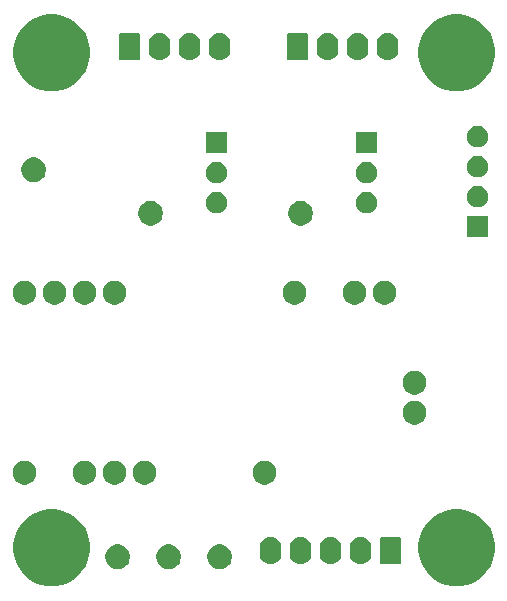
<source format=gbr>
G04 #@! TF.GenerationSoftware,KiCad,Pcbnew,(5.1.6)-1*
G04 #@! TF.CreationDate,2020-07-11T10:04:52-07:00*
G04 #@! TF.ProjectId,stepper_analyzer,73746570-7065-4725-9f61-6e616c797a65,rev?*
G04 #@! TF.SameCoordinates,Original*
G04 #@! TF.FileFunction,Soldermask,Bot*
G04 #@! TF.FilePolarity,Negative*
%FSLAX46Y46*%
G04 Gerber Fmt 4.6, Leading zero omitted, Abs format (unit mm)*
G04 Created by KiCad (PCBNEW (5.1.6)-1) date 2020-07-11 10:04:52*
%MOMM*%
%LPD*%
G01*
G04 APERTURE LIST*
%ADD10C,0.100000*%
G04 APERTURE END LIST*
D10*
G36*
X150808224Y-103554127D02*
G01*
X151399832Y-103799178D01*
X151932266Y-104154940D01*
X152385060Y-104607734D01*
X152740822Y-105140168D01*
X152985873Y-105731776D01*
X153110800Y-106359824D01*
X153110800Y-107000176D01*
X152985873Y-107628224D01*
X152740822Y-108219832D01*
X152385060Y-108752266D01*
X151932266Y-109205060D01*
X151399832Y-109560822D01*
X150808224Y-109805873D01*
X150180176Y-109930800D01*
X149539824Y-109930800D01*
X148911776Y-109805873D01*
X148320168Y-109560822D01*
X147787734Y-109205060D01*
X147334940Y-108752266D01*
X146979178Y-108219832D01*
X146734127Y-107628224D01*
X146609200Y-107000176D01*
X146609200Y-106359824D01*
X146734127Y-105731776D01*
X146979178Y-105140168D01*
X147334940Y-104607734D01*
X147787734Y-104154940D01*
X148320168Y-103799178D01*
X148911776Y-103554127D01*
X149539824Y-103429200D01*
X150180176Y-103429200D01*
X150808224Y-103554127D01*
G37*
G36*
X116518224Y-103554127D02*
G01*
X117109832Y-103799178D01*
X117642266Y-104154940D01*
X118095060Y-104607734D01*
X118450822Y-105140168D01*
X118695873Y-105731776D01*
X118820800Y-106359824D01*
X118820800Y-107000176D01*
X118695873Y-107628224D01*
X118450822Y-108219832D01*
X118095060Y-108752266D01*
X117642266Y-109205060D01*
X117109832Y-109560822D01*
X116518224Y-109805873D01*
X115890176Y-109930800D01*
X115249824Y-109930800D01*
X114621776Y-109805873D01*
X114030168Y-109560822D01*
X113497734Y-109205060D01*
X113044940Y-108752266D01*
X112689178Y-108219832D01*
X112444127Y-107628224D01*
X112319200Y-107000176D01*
X112319200Y-106359824D01*
X112444127Y-105731776D01*
X112689178Y-105140168D01*
X113044940Y-104607734D01*
X113497734Y-104154940D01*
X114030168Y-103799178D01*
X114621776Y-103554127D01*
X115249824Y-103429200D01*
X115890176Y-103429200D01*
X116518224Y-103554127D01*
G37*
G36*
X121464508Y-106431582D02*
G01*
X121655741Y-106510793D01*
X121827847Y-106625791D01*
X121974209Y-106772153D01*
X122089207Y-106944259D01*
X122168418Y-107135492D01*
X122208800Y-107338505D01*
X122208800Y-107545495D01*
X122168418Y-107748508D01*
X122089207Y-107939741D01*
X121974209Y-108111847D01*
X121827847Y-108258209D01*
X121655741Y-108373207D01*
X121464508Y-108452418D01*
X121261495Y-108492800D01*
X121054505Y-108492800D01*
X120851492Y-108452418D01*
X120660259Y-108373207D01*
X120488153Y-108258209D01*
X120341791Y-108111847D01*
X120226793Y-107939741D01*
X120147582Y-107748508D01*
X120107200Y-107545495D01*
X120107200Y-107338505D01*
X120147582Y-107135492D01*
X120226793Y-106944259D01*
X120341791Y-106772153D01*
X120488153Y-106625791D01*
X120660259Y-106510793D01*
X120851492Y-106431582D01*
X121054505Y-106391200D01*
X121261495Y-106391200D01*
X121464508Y-106431582D01*
G37*
G36*
X130100508Y-106431582D02*
G01*
X130291741Y-106510793D01*
X130463847Y-106625791D01*
X130610209Y-106772153D01*
X130725207Y-106944259D01*
X130804418Y-107135492D01*
X130844800Y-107338505D01*
X130844800Y-107545495D01*
X130804418Y-107748508D01*
X130725207Y-107939741D01*
X130610209Y-108111847D01*
X130463847Y-108258209D01*
X130291741Y-108373207D01*
X130100508Y-108452418D01*
X129897495Y-108492800D01*
X129690505Y-108492800D01*
X129487492Y-108452418D01*
X129296259Y-108373207D01*
X129124153Y-108258209D01*
X128977791Y-108111847D01*
X128862793Y-107939741D01*
X128783582Y-107748508D01*
X128743200Y-107545495D01*
X128743200Y-107338505D01*
X128783582Y-107135492D01*
X128862793Y-106944259D01*
X128977791Y-106772153D01*
X129124153Y-106625791D01*
X129296259Y-106510793D01*
X129487492Y-106431582D01*
X129690505Y-106391200D01*
X129897495Y-106391200D01*
X130100508Y-106431582D01*
G37*
G36*
X125782508Y-106431582D02*
G01*
X125973741Y-106510793D01*
X126145847Y-106625791D01*
X126292209Y-106772153D01*
X126407207Y-106944259D01*
X126486418Y-107135492D01*
X126526800Y-107338505D01*
X126526800Y-107545495D01*
X126486418Y-107748508D01*
X126407207Y-107939741D01*
X126292209Y-108111847D01*
X126145847Y-108258209D01*
X125973741Y-108373207D01*
X125782508Y-108452418D01*
X125579495Y-108492800D01*
X125372505Y-108492800D01*
X125169492Y-108452418D01*
X124978259Y-108373207D01*
X124806153Y-108258209D01*
X124659791Y-108111847D01*
X124544793Y-107939741D01*
X124465582Y-107748508D01*
X124425200Y-107545495D01*
X124425200Y-107338505D01*
X124465582Y-107135492D01*
X124544793Y-106944259D01*
X124659791Y-106772153D01*
X124806153Y-106625791D01*
X124978259Y-106510793D01*
X125169492Y-106431582D01*
X125372505Y-106391200D01*
X125579495Y-106391200D01*
X125782508Y-106431582D01*
G37*
G36*
X134292505Y-105801522D02*
G01*
X134466079Y-105854175D01*
X134626045Y-105939679D01*
X134766254Y-106054746D01*
X134881321Y-106194955D01*
X134966825Y-106354921D01*
X135019478Y-106528496D01*
X135032800Y-106663761D01*
X135032800Y-107204240D01*
X135019478Y-107339505D01*
X134966825Y-107513079D01*
X134881321Y-107673045D01*
X134766254Y-107813254D01*
X134626043Y-107928322D01*
X134466080Y-108013824D01*
X134292504Y-108066478D01*
X134112000Y-108084256D01*
X133931495Y-108066478D01*
X133757921Y-108013825D01*
X133597955Y-107928321D01*
X133457746Y-107813254D01*
X133342678Y-107673043D01*
X133257176Y-107513080D01*
X133204522Y-107339504D01*
X133191200Y-107204239D01*
X133191200Y-106663760D01*
X133204522Y-106528495D01*
X133257175Y-106354921D01*
X133342680Y-106194955D01*
X133457747Y-106054746D01*
X133597956Y-105939679D01*
X133757922Y-105854175D01*
X133931496Y-105801522D01*
X134112000Y-105783744D01*
X134292505Y-105801522D01*
G37*
G36*
X136832505Y-105801522D02*
G01*
X137006079Y-105854175D01*
X137166045Y-105939679D01*
X137306254Y-106054746D01*
X137421321Y-106194955D01*
X137506825Y-106354921D01*
X137559478Y-106528496D01*
X137572800Y-106663761D01*
X137572800Y-107204240D01*
X137559478Y-107339505D01*
X137506825Y-107513079D01*
X137421321Y-107673045D01*
X137306254Y-107813254D01*
X137166043Y-107928322D01*
X137006080Y-108013824D01*
X136832504Y-108066478D01*
X136652000Y-108084256D01*
X136471495Y-108066478D01*
X136297921Y-108013825D01*
X136137955Y-107928321D01*
X135997746Y-107813254D01*
X135882678Y-107673043D01*
X135797176Y-107513080D01*
X135744522Y-107339504D01*
X135731200Y-107204239D01*
X135731200Y-106663760D01*
X135744522Y-106528495D01*
X135797175Y-106354921D01*
X135882680Y-106194955D01*
X135997747Y-106054746D01*
X136137956Y-105939679D01*
X136297922Y-105854175D01*
X136471496Y-105801522D01*
X136652000Y-105783744D01*
X136832505Y-105801522D01*
G37*
G36*
X139372505Y-105801522D02*
G01*
X139546079Y-105854175D01*
X139706045Y-105939679D01*
X139846254Y-106054746D01*
X139961321Y-106194955D01*
X140046825Y-106354921D01*
X140099478Y-106528496D01*
X140112800Y-106663761D01*
X140112800Y-107204240D01*
X140099478Y-107339505D01*
X140046825Y-107513079D01*
X139961321Y-107673045D01*
X139846254Y-107813254D01*
X139706043Y-107928322D01*
X139546080Y-108013824D01*
X139372504Y-108066478D01*
X139192000Y-108084256D01*
X139011495Y-108066478D01*
X138837921Y-108013825D01*
X138677955Y-107928321D01*
X138537746Y-107813254D01*
X138422678Y-107673043D01*
X138337176Y-107513080D01*
X138284522Y-107339504D01*
X138271200Y-107204239D01*
X138271200Y-106663760D01*
X138284522Y-106528495D01*
X138337175Y-106354921D01*
X138422680Y-106194955D01*
X138537747Y-106054746D01*
X138677956Y-105939679D01*
X138837922Y-105854175D01*
X139011496Y-105801522D01*
X139192000Y-105783744D01*
X139372505Y-105801522D01*
G37*
G36*
X141912505Y-105801522D02*
G01*
X142086079Y-105854175D01*
X142246045Y-105939679D01*
X142386254Y-106054746D01*
X142501321Y-106194955D01*
X142586825Y-106354921D01*
X142639478Y-106528496D01*
X142652800Y-106663761D01*
X142652800Y-107204240D01*
X142639478Y-107339505D01*
X142586825Y-107513079D01*
X142501321Y-107673045D01*
X142386254Y-107813254D01*
X142246043Y-107928322D01*
X142086080Y-108013824D01*
X141912504Y-108066478D01*
X141732000Y-108084256D01*
X141551495Y-108066478D01*
X141377921Y-108013825D01*
X141217955Y-107928321D01*
X141077746Y-107813254D01*
X140962678Y-107673043D01*
X140877176Y-107513080D01*
X140824522Y-107339504D01*
X140811200Y-107204239D01*
X140811200Y-106663760D01*
X140824522Y-106528495D01*
X140877175Y-106354921D01*
X140962680Y-106194955D01*
X141077747Y-106054746D01*
X141217956Y-105939679D01*
X141377922Y-105854175D01*
X141551496Y-105801522D01*
X141732000Y-105783744D01*
X141912505Y-105801522D01*
G37*
G36*
X145008912Y-105792829D02*
G01*
X145051717Y-105805814D01*
X145091158Y-105826896D01*
X145125731Y-105855269D01*
X145154104Y-105889842D01*
X145175186Y-105929283D01*
X145188171Y-105972088D01*
X145192800Y-106019088D01*
X145192800Y-107848912D01*
X145188171Y-107895912D01*
X145175186Y-107938717D01*
X145154104Y-107978158D01*
X145125731Y-108012731D01*
X145091158Y-108041104D01*
X145051717Y-108062186D01*
X145008912Y-108075171D01*
X144961912Y-108079800D01*
X143582088Y-108079800D01*
X143535088Y-108075171D01*
X143492283Y-108062186D01*
X143452842Y-108041104D01*
X143418269Y-108012731D01*
X143389896Y-107978158D01*
X143368814Y-107938717D01*
X143355829Y-107895912D01*
X143351200Y-107848912D01*
X143351200Y-106019088D01*
X143355829Y-105972088D01*
X143368814Y-105929283D01*
X143389896Y-105889842D01*
X143418269Y-105855269D01*
X143452842Y-105826896D01*
X143492283Y-105805814D01*
X143535088Y-105792829D01*
X143582088Y-105788200D01*
X144961912Y-105788200D01*
X145008912Y-105792829D01*
G37*
G36*
X113576652Y-99365256D02*
G01*
X113759241Y-99440887D01*
X113923567Y-99550686D01*
X114063314Y-99690433D01*
X114173113Y-99854759D01*
X114248744Y-100037348D01*
X114287300Y-100231184D01*
X114287300Y-100428816D01*
X114248744Y-100622652D01*
X114173113Y-100805241D01*
X114063314Y-100969567D01*
X113923567Y-101109314D01*
X113759241Y-101219113D01*
X113576652Y-101294744D01*
X113382816Y-101333300D01*
X113185184Y-101333300D01*
X112991348Y-101294744D01*
X112808759Y-101219113D01*
X112644433Y-101109314D01*
X112504686Y-100969567D01*
X112394887Y-100805241D01*
X112319256Y-100622652D01*
X112280700Y-100428816D01*
X112280700Y-100231184D01*
X112319256Y-100037348D01*
X112394887Y-99854759D01*
X112504686Y-99690433D01*
X112644433Y-99550686D01*
X112808759Y-99440887D01*
X112991348Y-99365256D01*
X113185184Y-99326700D01*
X113382816Y-99326700D01*
X113576652Y-99365256D01*
G37*
G36*
X133896652Y-99365256D02*
G01*
X134079241Y-99440887D01*
X134243567Y-99550686D01*
X134383314Y-99690433D01*
X134493113Y-99854759D01*
X134568744Y-100037348D01*
X134607300Y-100231184D01*
X134607300Y-100428816D01*
X134568744Y-100622652D01*
X134493113Y-100805241D01*
X134383314Y-100969567D01*
X134243567Y-101109314D01*
X134079241Y-101219113D01*
X133896652Y-101294744D01*
X133702816Y-101333300D01*
X133505184Y-101333300D01*
X133311348Y-101294744D01*
X133128759Y-101219113D01*
X132964433Y-101109314D01*
X132824686Y-100969567D01*
X132714887Y-100805241D01*
X132639256Y-100622652D01*
X132600700Y-100428816D01*
X132600700Y-100231184D01*
X132639256Y-100037348D01*
X132714887Y-99854759D01*
X132824686Y-99690433D01*
X132964433Y-99550686D01*
X133128759Y-99440887D01*
X133311348Y-99365256D01*
X133505184Y-99326700D01*
X133702816Y-99326700D01*
X133896652Y-99365256D01*
G37*
G36*
X118656652Y-99365256D02*
G01*
X118839241Y-99440887D01*
X119003567Y-99550686D01*
X119143314Y-99690433D01*
X119253113Y-99854759D01*
X119328744Y-100037348D01*
X119367300Y-100231184D01*
X119367300Y-100428816D01*
X119328744Y-100622652D01*
X119253113Y-100805241D01*
X119143314Y-100969567D01*
X119003567Y-101109314D01*
X118839241Y-101219113D01*
X118656652Y-101294744D01*
X118462816Y-101333300D01*
X118265184Y-101333300D01*
X118071348Y-101294744D01*
X117888759Y-101219113D01*
X117724433Y-101109314D01*
X117584686Y-100969567D01*
X117474887Y-100805241D01*
X117399256Y-100622652D01*
X117360700Y-100428816D01*
X117360700Y-100231184D01*
X117399256Y-100037348D01*
X117474887Y-99854759D01*
X117584686Y-99690433D01*
X117724433Y-99550686D01*
X117888759Y-99440887D01*
X118071348Y-99365256D01*
X118265184Y-99326700D01*
X118462816Y-99326700D01*
X118656652Y-99365256D01*
G37*
G36*
X121196652Y-99365256D02*
G01*
X121379241Y-99440887D01*
X121543567Y-99550686D01*
X121683314Y-99690433D01*
X121793113Y-99854759D01*
X121868744Y-100037348D01*
X121907300Y-100231184D01*
X121907300Y-100428816D01*
X121868744Y-100622652D01*
X121793113Y-100805241D01*
X121683314Y-100969567D01*
X121543567Y-101109314D01*
X121379241Y-101219113D01*
X121196652Y-101294744D01*
X121002816Y-101333300D01*
X120805184Y-101333300D01*
X120611348Y-101294744D01*
X120428759Y-101219113D01*
X120264433Y-101109314D01*
X120124686Y-100969567D01*
X120014887Y-100805241D01*
X119939256Y-100622652D01*
X119900700Y-100428816D01*
X119900700Y-100231184D01*
X119939256Y-100037348D01*
X120014887Y-99854759D01*
X120124686Y-99690433D01*
X120264433Y-99550686D01*
X120428759Y-99440887D01*
X120611348Y-99365256D01*
X120805184Y-99326700D01*
X121002816Y-99326700D01*
X121196652Y-99365256D01*
G37*
G36*
X123736652Y-99365256D02*
G01*
X123919241Y-99440887D01*
X124083567Y-99550686D01*
X124223314Y-99690433D01*
X124333113Y-99854759D01*
X124408744Y-100037348D01*
X124447300Y-100231184D01*
X124447300Y-100428816D01*
X124408744Y-100622652D01*
X124333113Y-100805241D01*
X124223314Y-100969567D01*
X124083567Y-101109314D01*
X123919241Y-101219113D01*
X123736652Y-101294744D01*
X123542816Y-101333300D01*
X123345184Y-101333300D01*
X123151348Y-101294744D01*
X122968759Y-101219113D01*
X122804433Y-101109314D01*
X122664686Y-100969567D01*
X122554887Y-100805241D01*
X122479256Y-100622652D01*
X122440700Y-100428816D01*
X122440700Y-100231184D01*
X122479256Y-100037348D01*
X122554887Y-99854759D01*
X122664686Y-99690433D01*
X122804433Y-99550686D01*
X122968759Y-99440887D01*
X123151348Y-99365256D01*
X123345184Y-99326700D01*
X123542816Y-99326700D01*
X123736652Y-99365256D01*
G37*
G36*
X146596652Y-94285256D02*
G01*
X146779241Y-94360887D01*
X146943567Y-94470686D01*
X147083314Y-94610433D01*
X147193113Y-94774759D01*
X147268744Y-94957348D01*
X147307300Y-95151184D01*
X147307300Y-95348816D01*
X147268744Y-95542652D01*
X147193113Y-95725241D01*
X147083314Y-95889567D01*
X146943567Y-96029314D01*
X146779241Y-96139113D01*
X146596652Y-96214744D01*
X146402816Y-96253300D01*
X146205184Y-96253300D01*
X146011348Y-96214744D01*
X145828759Y-96139113D01*
X145664433Y-96029314D01*
X145524686Y-95889567D01*
X145414887Y-95725241D01*
X145339256Y-95542652D01*
X145300700Y-95348816D01*
X145300700Y-95151184D01*
X145339256Y-94957348D01*
X145414887Y-94774759D01*
X145524686Y-94610433D01*
X145664433Y-94470686D01*
X145828759Y-94360887D01*
X146011348Y-94285256D01*
X146205184Y-94246700D01*
X146402816Y-94246700D01*
X146596652Y-94285256D01*
G37*
G36*
X146596652Y-91745256D02*
G01*
X146779241Y-91820887D01*
X146943567Y-91930686D01*
X147083314Y-92070433D01*
X147193113Y-92234759D01*
X147268744Y-92417348D01*
X147307300Y-92611184D01*
X147307300Y-92808816D01*
X147268744Y-93002652D01*
X147193113Y-93185241D01*
X147083314Y-93349567D01*
X146943567Y-93489314D01*
X146779241Y-93599113D01*
X146596652Y-93674744D01*
X146402816Y-93713300D01*
X146205184Y-93713300D01*
X146011348Y-93674744D01*
X145828759Y-93599113D01*
X145664433Y-93489314D01*
X145524686Y-93349567D01*
X145414887Y-93185241D01*
X145339256Y-93002652D01*
X145300700Y-92808816D01*
X145300700Y-92611184D01*
X145339256Y-92417348D01*
X145414887Y-92234759D01*
X145524686Y-92070433D01*
X145664433Y-91930686D01*
X145828759Y-91820887D01*
X146011348Y-91745256D01*
X146205184Y-91706700D01*
X146402816Y-91706700D01*
X146596652Y-91745256D01*
G37*
G36*
X141516652Y-84125256D02*
G01*
X141699241Y-84200887D01*
X141863567Y-84310686D01*
X142003314Y-84450433D01*
X142113113Y-84614759D01*
X142188744Y-84797348D01*
X142227300Y-84991184D01*
X142227300Y-85188816D01*
X142188744Y-85382652D01*
X142113113Y-85565241D01*
X142003314Y-85729567D01*
X141863567Y-85869314D01*
X141699241Y-85979113D01*
X141516652Y-86054744D01*
X141322816Y-86093300D01*
X141125184Y-86093300D01*
X140931348Y-86054744D01*
X140748759Y-85979113D01*
X140584433Y-85869314D01*
X140444686Y-85729567D01*
X140334887Y-85565241D01*
X140259256Y-85382652D01*
X140220700Y-85188816D01*
X140220700Y-84991184D01*
X140259256Y-84797348D01*
X140334887Y-84614759D01*
X140444686Y-84450433D01*
X140584433Y-84310686D01*
X140748759Y-84200887D01*
X140931348Y-84125256D01*
X141125184Y-84086700D01*
X141322816Y-84086700D01*
X141516652Y-84125256D01*
G37*
G36*
X121196652Y-84125256D02*
G01*
X121379241Y-84200887D01*
X121543567Y-84310686D01*
X121683314Y-84450433D01*
X121793113Y-84614759D01*
X121868744Y-84797348D01*
X121907300Y-84991184D01*
X121907300Y-85188816D01*
X121868744Y-85382652D01*
X121793113Y-85565241D01*
X121683314Y-85729567D01*
X121543567Y-85869314D01*
X121379241Y-85979113D01*
X121196652Y-86054744D01*
X121002816Y-86093300D01*
X120805184Y-86093300D01*
X120611348Y-86054744D01*
X120428759Y-85979113D01*
X120264433Y-85869314D01*
X120124686Y-85729567D01*
X120014887Y-85565241D01*
X119939256Y-85382652D01*
X119900700Y-85188816D01*
X119900700Y-84991184D01*
X119939256Y-84797348D01*
X120014887Y-84614759D01*
X120124686Y-84450433D01*
X120264433Y-84310686D01*
X120428759Y-84200887D01*
X120611348Y-84125256D01*
X120805184Y-84086700D01*
X121002816Y-84086700D01*
X121196652Y-84125256D01*
G37*
G36*
X113576652Y-84125256D02*
G01*
X113759241Y-84200887D01*
X113923567Y-84310686D01*
X114063314Y-84450433D01*
X114173113Y-84614759D01*
X114248744Y-84797348D01*
X114287300Y-84991184D01*
X114287300Y-85188816D01*
X114248744Y-85382652D01*
X114173113Y-85565241D01*
X114063314Y-85729567D01*
X113923567Y-85869314D01*
X113759241Y-85979113D01*
X113576652Y-86054744D01*
X113382816Y-86093300D01*
X113185184Y-86093300D01*
X112991348Y-86054744D01*
X112808759Y-85979113D01*
X112644433Y-85869314D01*
X112504686Y-85729567D01*
X112394887Y-85565241D01*
X112319256Y-85382652D01*
X112280700Y-85188816D01*
X112280700Y-84991184D01*
X112319256Y-84797348D01*
X112394887Y-84614759D01*
X112504686Y-84450433D01*
X112644433Y-84310686D01*
X112808759Y-84200887D01*
X112991348Y-84125256D01*
X113185184Y-84086700D01*
X113382816Y-84086700D01*
X113576652Y-84125256D01*
G37*
G36*
X116116652Y-84125256D02*
G01*
X116299241Y-84200887D01*
X116463567Y-84310686D01*
X116603314Y-84450433D01*
X116713113Y-84614759D01*
X116788744Y-84797348D01*
X116827300Y-84991184D01*
X116827300Y-85188816D01*
X116788744Y-85382652D01*
X116713113Y-85565241D01*
X116603314Y-85729567D01*
X116463567Y-85869314D01*
X116299241Y-85979113D01*
X116116652Y-86054744D01*
X115922816Y-86093300D01*
X115725184Y-86093300D01*
X115531348Y-86054744D01*
X115348759Y-85979113D01*
X115184433Y-85869314D01*
X115044686Y-85729567D01*
X114934887Y-85565241D01*
X114859256Y-85382652D01*
X114820700Y-85188816D01*
X114820700Y-84991184D01*
X114859256Y-84797348D01*
X114934887Y-84614759D01*
X115044686Y-84450433D01*
X115184433Y-84310686D01*
X115348759Y-84200887D01*
X115531348Y-84125256D01*
X115725184Y-84086700D01*
X115922816Y-84086700D01*
X116116652Y-84125256D01*
G37*
G36*
X144056652Y-84125256D02*
G01*
X144239241Y-84200887D01*
X144403567Y-84310686D01*
X144543314Y-84450433D01*
X144653113Y-84614759D01*
X144728744Y-84797348D01*
X144767300Y-84991184D01*
X144767300Y-85188816D01*
X144728744Y-85382652D01*
X144653113Y-85565241D01*
X144543314Y-85729567D01*
X144403567Y-85869314D01*
X144239241Y-85979113D01*
X144056652Y-86054744D01*
X143862816Y-86093300D01*
X143665184Y-86093300D01*
X143471348Y-86054744D01*
X143288759Y-85979113D01*
X143124433Y-85869314D01*
X142984686Y-85729567D01*
X142874887Y-85565241D01*
X142799256Y-85382652D01*
X142760700Y-85188816D01*
X142760700Y-84991184D01*
X142799256Y-84797348D01*
X142874887Y-84614759D01*
X142984686Y-84450433D01*
X143124433Y-84310686D01*
X143288759Y-84200887D01*
X143471348Y-84125256D01*
X143665184Y-84086700D01*
X143862816Y-84086700D01*
X144056652Y-84125256D01*
G37*
G36*
X136436652Y-84125256D02*
G01*
X136619241Y-84200887D01*
X136783567Y-84310686D01*
X136923314Y-84450433D01*
X137033113Y-84614759D01*
X137108744Y-84797348D01*
X137147300Y-84991184D01*
X137147300Y-85188816D01*
X137108744Y-85382652D01*
X137033113Y-85565241D01*
X136923314Y-85729567D01*
X136783567Y-85869314D01*
X136619241Y-85979113D01*
X136436652Y-86054744D01*
X136242816Y-86093300D01*
X136045184Y-86093300D01*
X135851348Y-86054744D01*
X135668759Y-85979113D01*
X135504433Y-85869314D01*
X135364686Y-85729567D01*
X135254887Y-85565241D01*
X135179256Y-85382652D01*
X135140700Y-85188816D01*
X135140700Y-84991184D01*
X135179256Y-84797348D01*
X135254887Y-84614759D01*
X135364686Y-84450433D01*
X135504433Y-84310686D01*
X135668759Y-84200887D01*
X135851348Y-84125256D01*
X136045184Y-84086700D01*
X136242816Y-84086700D01*
X136436652Y-84125256D01*
G37*
G36*
X118656652Y-84125256D02*
G01*
X118839241Y-84200887D01*
X119003567Y-84310686D01*
X119143314Y-84450433D01*
X119253113Y-84614759D01*
X119328744Y-84797348D01*
X119367300Y-84991184D01*
X119367300Y-85188816D01*
X119328744Y-85382652D01*
X119253113Y-85565241D01*
X119143314Y-85729567D01*
X119003567Y-85869314D01*
X118839241Y-85979113D01*
X118656652Y-86054744D01*
X118462816Y-86093300D01*
X118265184Y-86093300D01*
X118071348Y-86054744D01*
X117888759Y-85979113D01*
X117724433Y-85869314D01*
X117584686Y-85729567D01*
X117474887Y-85565241D01*
X117399256Y-85382652D01*
X117360700Y-85188816D01*
X117360700Y-84991184D01*
X117399256Y-84797348D01*
X117474887Y-84614759D01*
X117584686Y-84450433D01*
X117724433Y-84310686D01*
X117888759Y-84200887D01*
X118071348Y-84125256D01*
X118265184Y-84086700D01*
X118462816Y-84086700D01*
X118656652Y-84125256D01*
G37*
G36*
X152538800Y-80402800D02*
G01*
X150737200Y-80402800D01*
X150737200Y-78601200D01*
X152538800Y-78601200D01*
X152538800Y-80402800D01*
G37*
G36*
X136958508Y-77348582D02*
G01*
X137149741Y-77427793D01*
X137321847Y-77542791D01*
X137468209Y-77689153D01*
X137583207Y-77861259D01*
X137662418Y-78052492D01*
X137702800Y-78255505D01*
X137702800Y-78462495D01*
X137662418Y-78665508D01*
X137583207Y-78856741D01*
X137468209Y-79028847D01*
X137321847Y-79175209D01*
X137149741Y-79290207D01*
X136958508Y-79369418D01*
X136755495Y-79409800D01*
X136548505Y-79409800D01*
X136345492Y-79369418D01*
X136154259Y-79290207D01*
X135982153Y-79175209D01*
X135835791Y-79028847D01*
X135720793Y-78856741D01*
X135641582Y-78665508D01*
X135601200Y-78462495D01*
X135601200Y-78255505D01*
X135641582Y-78052492D01*
X135720793Y-77861259D01*
X135835791Y-77689153D01*
X135982153Y-77542791D01*
X136154259Y-77427793D01*
X136345492Y-77348582D01*
X136548505Y-77308200D01*
X136755495Y-77308200D01*
X136958508Y-77348582D01*
G37*
G36*
X124258508Y-77348582D02*
G01*
X124449741Y-77427793D01*
X124621847Y-77542791D01*
X124768209Y-77689153D01*
X124883207Y-77861259D01*
X124962418Y-78052492D01*
X125002800Y-78255505D01*
X125002800Y-78462495D01*
X124962418Y-78665508D01*
X124883207Y-78856741D01*
X124768209Y-79028847D01*
X124621847Y-79175209D01*
X124449741Y-79290207D01*
X124258508Y-79369418D01*
X124055495Y-79409800D01*
X123848505Y-79409800D01*
X123645492Y-79369418D01*
X123454259Y-79290207D01*
X123282153Y-79175209D01*
X123135791Y-79028847D01*
X123020793Y-78856741D01*
X122941582Y-78665508D01*
X122901200Y-78462495D01*
X122901200Y-78255505D01*
X122941582Y-78052492D01*
X123020793Y-77861259D01*
X123135791Y-77689153D01*
X123282153Y-77542791D01*
X123454259Y-77427793D01*
X123645492Y-77348582D01*
X123848505Y-77308200D01*
X124055495Y-77308200D01*
X124258508Y-77348582D01*
G37*
G36*
X129802754Y-76603817D02*
G01*
X129966689Y-76671721D01*
X130114227Y-76770303D01*
X130239697Y-76895773D01*
X130338279Y-77043311D01*
X130406183Y-77207246D01*
X130440800Y-77381279D01*
X130440800Y-77558721D01*
X130406183Y-77732754D01*
X130338279Y-77896689D01*
X130239697Y-78044227D01*
X130114227Y-78169697D01*
X129966689Y-78268279D01*
X129802754Y-78336183D01*
X129628721Y-78370800D01*
X129451279Y-78370800D01*
X129277246Y-78336183D01*
X129113311Y-78268279D01*
X128965773Y-78169697D01*
X128840303Y-78044227D01*
X128741721Y-77896689D01*
X128673817Y-77732754D01*
X128639200Y-77558721D01*
X128639200Y-77381279D01*
X128673817Y-77207246D01*
X128741721Y-77043311D01*
X128840303Y-76895773D01*
X128965773Y-76770303D01*
X129113311Y-76671721D01*
X129277246Y-76603817D01*
X129451279Y-76569200D01*
X129628721Y-76569200D01*
X129802754Y-76603817D01*
G37*
G36*
X142502754Y-76603817D02*
G01*
X142666689Y-76671721D01*
X142814227Y-76770303D01*
X142939697Y-76895773D01*
X143038279Y-77043311D01*
X143106183Y-77207246D01*
X143140800Y-77381279D01*
X143140800Y-77558721D01*
X143106183Y-77732754D01*
X143038279Y-77896689D01*
X142939697Y-78044227D01*
X142814227Y-78169697D01*
X142666689Y-78268279D01*
X142502754Y-78336183D01*
X142328721Y-78370800D01*
X142151279Y-78370800D01*
X141977246Y-78336183D01*
X141813311Y-78268279D01*
X141665773Y-78169697D01*
X141540303Y-78044227D01*
X141441721Y-77896689D01*
X141373817Y-77732754D01*
X141339200Y-77558721D01*
X141339200Y-77381279D01*
X141373817Y-77207246D01*
X141441721Y-77043311D01*
X141540303Y-76895773D01*
X141665773Y-76770303D01*
X141813311Y-76671721D01*
X141977246Y-76603817D01*
X142151279Y-76569200D01*
X142328721Y-76569200D01*
X142502754Y-76603817D01*
G37*
G36*
X151900754Y-76095817D02*
G01*
X152064689Y-76163721D01*
X152212227Y-76262303D01*
X152337697Y-76387773D01*
X152436279Y-76535311D01*
X152504183Y-76699246D01*
X152538800Y-76873279D01*
X152538800Y-77050721D01*
X152504183Y-77224754D01*
X152436279Y-77388689D01*
X152337697Y-77536227D01*
X152212227Y-77661697D01*
X152064689Y-77760279D01*
X151900754Y-77828183D01*
X151726721Y-77862800D01*
X151549279Y-77862800D01*
X151375246Y-77828183D01*
X151211311Y-77760279D01*
X151063773Y-77661697D01*
X150938303Y-77536227D01*
X150839721Y-77388689D01*
X150771817Y-77224754D01*
X150737200Y-77050721D01*
X150737200Y-76873279D01*
X150771817Y-76699246D01*
X150839721Y-76535311D01*
X150938303Y-76387773D01*
X151063773Y-76262303D01*
X151211311Y-76163721D01*
X151375246Y-76095817D01*
X151549279Y-76061200D01*
X151726721Y-76061200D01*
X151900754Y-76095817D01*
G37*
G36*
X142502754Y-74063817D02*
G01*
X142666689Y-74131721D01*
X142814227Y-74230303D01*
X142939697Y-74355773D01*
X143038279Y-74503311D01*
X143106183Y-74667246D01*
X143140800Y-74841279D01*
X143140800Y-75018721D01*
X143106183Y-75192754D01*
X143038279Y-75356689D01*
X142939697Y-75504227D01*
X142814227Y-75629697D01*
X142666689Y-75728279D01*
X142502754Y-75796183D01*
X142328721Y-75830800D01*
X142151279Y-75830800D01*
X141977246Y-75796183D01*
X141813311Y-75728279D01*
X141665773Y-75629697D01*
X141540303Y-75504227D01*
X141441721Y-75356689D01*
X141373817Y-75192754D01*
X141339200Y-75018721D01*
X141339200Y-74841279D01*
X141373817Y-74667246D01*
X141441721Y-74503311D01*
X141540303Y-74355773D01*
X141665773Y-74230303D01*
X141813311Y-74131721D01*
X141977246Y-74063817D01*
X142151279Y-74029200D01*
X142328721Y-74029200D01*
X142502754Y-74063817D01*
G37*
G36*
X129802754Y-74063817D02*
G01*
X129966689Y-74131721D01*
X130114227Y-74230303D01*
X130239697Y-74355773D01*
X130338279Y-74503311D01*
X130406183Y-74667246D01*
X130440800Y-74841279D01*
X130440800Y-75018721D01*
X130406183Y-75192754D01*
X130338279Y-75356689D01*
X130239697Y-75504227D01*
X130114227Y-75629697D01*
X129966689Y-75728279D01*
X129802754Y-75796183D01*
X129628721Y-75830800D01*
X129451279Y-75830800D01*
X129277246Y-75796183D01*
X129113311Y-75728279D01*
X128965773Y-75629697D01*
X128840303Y-75504227D01*
X128741721Y-75356689D01*
X128673817Y-75192754D01*
X128639200Y-75018721D01*
X128639200Y-74841279D01*
X128673817Y-74667246D01*
X128741721Y-74503311D01*
X128840303Y-74355773D01*
X128965773Y-74230303D01*
X129113311Y-74131721D01*
X129277246Y-74063817D01*
X129451279Y-74029200D01*
X129628721Y-74029200D01*
X129802754Y-74063817D01*
G37*
G36*
X114352508Y-73665582D02*
G01*
X114543741Y-73744793D01*
X114715847Y-73859791D01*
X114862209Y-74006153D01*
X114977207Y-74178259D01*
X115056418Y-74369492D01*
X115096800Y-74572505D01*
X115096800Y-74779495D01*
X115056418Y-74982508D01*
X114977207Y-75173741D01*
X114862209Y-75345847D01*
X114715847Y-75492209D01*
X114543741Y-75607207D01*
X114352508Y-75686418D01*
X114149495Y-75726800D01*
X113942505Y-75726800D01*
X113739492Y-75686418D01*
X113548259Y-75607207D01*
X113376153Y-75492209D01*
X113229791Y-75345847D01*
X113114793Y-75173741D01*
X113035582Y-74982508D01*
X112995200Y-74779495D01*
X112995200Y-74572505D01*
X113035582Y-74369492D01*
X113114793Y-74178259D01*
X113229791Y-74006153D01*
X113376153Y-73859791D01*
X113548259Y-73744793D01*
X113739492Y-73665582D01*
X113942505Y-73625200D01*
X114149495Y-73625200D01*
X114352508Y-73665582D01*
G37*
G36*
X151900754Y-73555817D02*
G01*
X152064689Y-73623721D01*
X152212227Y-73722303D01*
X152337697Y-73847773D01*
X152436279Y-73995311D01*
X152504183Y-74159246D01*
X152538800Y-74333279D01*
X152538800Y-74510721D01*
X152504183Y-74684754D01*
X152436279Y-74848689D01*
X152337697Y-74996227D01*
X152212227Y-75121697D01*
X152064689Y-75220279D01*
X151900754Y-75288183D01*
X151726721Y-75322800D01*
X151549279Y-75322800D01*
X151375246Y-75288183D01*
X151211311Y-75220279D01*
X151063773Y-75121697D01*
X150938303Y-74996227D01*
X150839721Y-74848689D01*
X150771817Y-74684754D01*
X150737200Y-74510721D01*
X150737200Y-74333279D01*
X150771817Y-74159246D01*
X150839721Y-73995311D01*
X150938303Y-73847773D01*
X151063773Y-73722303D01*
X151211311Y-73623721D01*
X151375246Y-73555817D01*
X151549279Y-73521200D01*
X151726721Y-73521200D01*
X151900754Y-73555817D01*
G37*
G36*
X130440800Y-73290800D02*
G01*
X128639200Y-73290800D01*
X128639200Y-71489200D01*
X130440800Y-71489200D01*
X130440800Y-73290800D01*
G37*
G36*
X143140800Y-73290800D02*
G01*
X141339200Y-73290800D01*
X141339200Y-71489200D01*
X143140800Y-71489200D01*
X143140800Y-73290800D01*
G37*
G36*
X151900754Y-71015817D02*
G01*
X152064689Y-71083721D01*
X152212227Y-71182303D01*
X152337697Y-71307773D01*
X152436279Y-71455311D01*
X152504183Y-71619246D01*
X152538800Y-71793279D01*
X152538800Y-71970721D01*
X152504183Y-72144754D01*
X152436279Y-72308689D01*
X152337697Y-72456227D01*
X152212227Y-72581697D01*
X152064689Y-72680279D01*
X151900754Y-72748183D01*
X151726721Y-72782800D01*
X151549279Y-72782800D01*
X151375246Y-72748183D01*
X151211311Y-72680279D01*
X151063773Y-72581697D01*
X150938303Y-72456227D01*
X150839721Y-72308689D01*
X150771817Y-72144754D01*
X150737200Y-71970721D01*
X150737200Y-71793279D01*
X150771817Y-71619246D01*
X150839721Y-71455311D01*
X150938303Y-71307773D01*
X151063773Y-71182303D01*
X151211311Y-71083721D01*
X151375246Y-71015817D01*
X151549279Y-70981200D01*
X151726721Y-70981200D01*
X151900754Y-71015817D01*
G37*
G36*
X150808224Y-61644127D02*
G01*
X151399832Y-61889178D01*
X151932266Y-62244940D01*
X152385060Y-62697734D01*
X152740822Y-63230168D01*
X152985873Y-63821776D01*
X153110800Y-64449824D01*
X153110800Y-65090176D01*
X152985873Y-65718224D01*
X152740822Y-66309832D01*
X152385060Y-66842266D01*
X151932266Y-67295060D01*
X151399832Y-67650822D01*
X150808224Y-67895873D01*
X150180176Y-68020800D01*
X149539824Y-68020800D01*
X148911776Y-67895873D01*
X148320168Y-67650822D01*
X147787734Y-67295060D01*
X147334940Y-66842266D01*
X146979178Y-66309832D01*
X146734127Y-65718224D01*
X146609200Y-65090176D01*
X146609200Y-64449824D01*
X146734127Y-63821776D01*
X146979178Y-63230168D01*
X147334940Y-62697734D01*
X147787734Y-62244940D01*
X148320168Y-61889178D01*
X148911776Y-61644127D01*
X149539824Y-61519200D01*
X150180176Y-61519200D01*
X150808224Y-61644127D01*
G37*
G36*
X116518224Y-61644127D02*
G01*
X117109832Y-61889178D01*
X117642266Y-62244940D01*
X118095060Y-62697734D01*
X118450822Y-63230168D01*
X118695873Y-63821776D01*
X118820800Y-64449824D01*
X118820800Y-65090176D01*
X118695873Y-65718224D01*
X118450822Y-66309832D01*
X118095060Y-66842266D01*
X117642266Y-67295060D01*
X117109832Y-67650822D01*
X116518224Y-67895873D01*
X115890176Y-68020800D01*
X115249824Y-68020800D01*
X114621776Y-67895873D01*
X114030168Y-67650822D01*
X113497734Y-67295060D01*
X113044940Y-66842266D01*
X112689178Y-66309832D01*
X112444127Y-65718224D01*
X112319200Y-65090176D01*
X112319200Y-64449824D01*
X112444127Y-63821776D01*
X112689178Y-63230168D01*
X113044940Y-62697734D01*
X113497734Y-62244940D01*
X114030168Y-61889178D01*
X114621776Y-61644127D01*
X115249824Y-61519200D01*
X115890176Y-61519200D01*
X116518224Y-61644127D01*
G37*
G36*
X141658504Y-63124522D02*
G01*
X141832080Y-63177176D01*
X141992043Y-63262678D01*
X142132254Y-63377746D01*
X142247321Y-63517955D01*
X142332825Y-63677921D01*
X142385478Y-63851495D01*
X142398800Y-63986760D01*
X142398800Y-64537239D01*
X142385478Y-64672504D01*
X142332825Y-64846079D01*
X142247321Y-65006045D01*
X142132254Y-65146254D01*
X141992045Y-65261321D01*
X141832079Y-65346825D01*
X141658505Y-65399478D01*
X141478000Y-65417256D01*
X141297496Y-65399478D01*
X141123922Y-65346825D01*
X140963956Y-65261321D01*
X140823747Y-65146254D01*
X140708680Y-65006045D01*
X140623175Y-64846079D01*
X140570522Y-64672505D01*
X140557200Y-64537240D01*
X140557200Y-63986761D01*
X140570522Y-63851496D01*
X140623176Y-63677920D01*
X140708678Y-63517957D01*
X140823746Y-63377746D01*
X140963955Y-63262679D01*
X141123921Y-63177175D01*
X141297495Y-63124522D01*
X141478000Y-63106744D01*
X141658504Y-63124522D01*
G37*
G36*
X144198504Y-63124522D02*
G01*
X144372080Y-63177176D01*
X144532043Y-63262678D01*
X144672254Y-63377746D01*
X144787321Y-63517955D01*
X144872825Y-63677921D01*
X144925478Y-63851495D01*
X144938800Y-63986760D01*
X144938800Y-64537239D01*
X144925478Y-64672504D01*
X144872825Y-64846079D01*
X144787321Y-65006045D01*
X144672254Y-65146254D01*
X144532045Y-65261321D01*
X144372079Y-65346825D01*
X144198505Y-65399478D01*
X144018000Y-65417256D01*
X143837496Y-65399478D01*
X143663922Y-65346825D01*
X143503956Y-65261321D01*
X143363747Y-65146254D01*
X143248680Y-65006045D01*
X143163175Y-64846079D01*
X143110522Y-64672505D01*
X143097200Y-64537240D01*
X143097200Y-63986761D01*
X143110522Y-63851496D01*
X143163176Y-63677920D01*
X143248678Y-63517957D01*
X143363746Y-63377746D01*
X143503955Y-63262679D01*
X143663921Y-63177175D01*
X143837495Y-63124522D01*
X144018000Y-63106744D01*
X144198504Y-63124522D01*
G37*
G36*
X139118504Y-63124522D02*
G01*
X139292080Y-63177176D01*
X139452043Y-63262678D01*
X139592254Y-63377746D01*
X139707321Y-63517955D01*
X139792825Y-63677921D01*
X139845478Y-63851495D01*
X139858800Y-63986760D01*
X139858800Y-64537239D01*
X139845478Y-64672504D01*
X139792825Y-64846079D01*
X139707321Y-65006045D01*
X139592254Y-65146254D01*
X139452045Y-65261321D01*
X139292079Y-65346825D01*
X139118505Y-65399478D01*
X138938000Y-65417256D01*
X138757496Y-65399478D01*
X138583922Y-65346825D01*
X138423956Y-65261321D01*
X138283747Y-65146254D01*
X138168680Y-65006045D01*
X138083175Y-64846079D01*
X138030522Y-64672505D01*
X138017200Y-64537240D01*
X138017200Y-63986761D01*
X138030522Y-63851496D01*
X138083176Y-63677920D01*
X138168678Y-63517957D01*
X138283746Y-63377746D01*
X138423955Y-63262679D01*
X138583921Y-63177175D01*
X138757495Y-63124522D01*
X138938000Y-63106744D01*
X139118504Y-63124522D01*
G37*
G36*
X129974504Y-63124522D02*
G01*
X130148080Y-63177176D01*
X130308043Y-63262678D01*
X130448254Y-63377746D01*
X130563321Y-63517955D01*
X130648825Y-63677921D01*
X130701478Y-63851495D01*
X130714800Y-63986760D01*
X130714800Y-64537239D01*
X130701478Y-64672504D01*
X130648825Y-64846079D01*
X130563321Y-65006045D01*
X130448254Y-65146254D01*
X130308045Y-65261321D01*
X130148079Y-65346825D01*
X129974505Y-65399478D01*
X129794000Y-65417256D01*
X129613496Y-65399478D01*
X129439922Y-65346825D01*
X129279956Y-65261321D01*
X129139747Y-65146254D01*
X129024680Y-65006045D01*
X128939175Y-64846079D01*
X128886522Y-64672505D01*
X128873200Y-64537240D01*
X128873200Y-63986761D01*
X128886522Y-63851496D01*
X128939176Y-63677920D01*
X129024678Y-63517957D01*
X129139746Y-63377746D01*
X129279955Y-63262679D01*
X129439921Y-63177175D01*
X129613495Y-63124522D01*
X129794000Y-63106744D01*
X129974504Y-63124522D01*
G37*
G36*
X127434504Y-63124522D02*
G01*
X127608080Y-63177176D01*
X127768043Y-63262678D01*
X127908254Y-63377746D01*
X128023321Y-63517955D01*
X128108825Y-63677921D01*
X128161478Y-63851495D01*
X128174800Y-63986760D01*
X128174800Y-64537239D01*
X128161478Y-64672504D01*
X128108825Y-64846079D01*
X128023321Y-65006045D01*
X127908254Y-65146254D01*
X127768045Y-65261321D01*
X127608079Y-65346825D01*
X127434505Y-65399478D01*
X127254000Y-65417256D01*
X127073496Y-65399478D01*
X126899922Y-65346825D01*
X126739956Y-65261321D01*
X126599747Y-65146254D01*
X126484680Y-65006045D01*
X126399175Y-64846079D01*
X126346522Y-64672505D01*
X126333200Y-64537240D01*
X126333200Y-63986761D01*
X126346522Y-63851496D01*
X126399176Y-63677920D01*
X126484678Y-63517957D01*
X126599746Y-63377746D01*
X126739955Y-63262679D01*
X126899921Y-63177175D01*
X127073495Y-63124522D01*
X127254000Y-63106744D01*
X127434504Y-63124522D01*
G37*
G36*
X124894504Y-63124522D02*
G01*
X125068080Y-63177176D01*
X125228043Y-63262678D01*
X125368254Y-63377746D01*
X125483321Y-63517955D01*
X125568825Y-63677921D01*
X125621478Y-63851495D01*
X125634800Y-63986760D01*
X125634800Y-64537239D01*
X125621478Y-64672504D01*
X125568825Y-64846079D01*
X125483321Y-65006045D01*
X125368254Y-65146254D01*
X125228045Y-65261321D01*
X125068079Y-65346825D01*
X124894505Y-65399478D01*
X124714000Y-65417256D01*
X124533496Y-65399478D01*
X124359922Y-65346825D01*
X124199956Y-65261321D01*
X124059747Y-65146254D01*
X123944680Y-65006045D01*
X123859175Y-64846079D01*
X123806522Y-64672505D01*
X123793200Y-64537240D01*
X123793200Y-63986761D01*
X123806522Y-63851496D01*
X123859176Y-63677920D01*
X123944678Y-63517957D01*
X124059746Y-63377746D01*
X124199955Y-63262679D01*
X124359921Y-63177175D01*
X124533495Y-63124522D01*
X124714000Y-63106744D01*
X124894504Y-63124522D01*
G37*
G36*
X122910912Y-63115829D02*
G01*
X122953717Y-63128814D01*
X122993158Y-63149896D01*
X123027731Y-63178269D01*
X123056104Y-63212842D01*
X123077186Y-63252283D01*
X123090171Y-63295088D01*
X123094800Y-63342088D01*
X123094800Y-65181912D01*
X123090171Y-65228912D01*
X123077186Y-65271717D01*
X123056104Y-65311158D01*
X123027731Y-65345731D01*
X122993158Y-65374104D01*
X122953717Y-65395186D01*
X122910912Y-65408171D01*
X122863912Y-65412800D01*
X121484088Y-65412800D01*
X121437088Y-65408171D01*
X121394283Y-65395186D01*
X121354842Y-65374104D01*
X121320269Y-65345731D01*
X121291896Y-65311158D01*
X121270814Y-65271717D01*
X121257829Y-65228912D01*
X121253200Y-65181912D01*
X121253200Y-63342088D01*
X121257829Y-63295088D01*
X121270814Y-63252283D01*
X121291896Y-63212842D01*
X121320269Y-63178269D01*
X121354842Y-63149896D01*
X121394283Y-63128814D01*
X121437088Y-63115829D01*
X121484088Y-63111200D01*
X122863912Y-63111200D01*
X122910912Y-63115829D01*
G37*
G36*
X137134912Y-63115829D02*
G01*
X137177717Y-63128814D01*
X137217158Y-63149896D01*
X137251731Y-63178269D01*
X137280104Y-63212842D01*
X137301186Y-63252283D01*
X137314171Y-63295088D01*
X137318800Y-63342088D01*
X137318800Y-65181912D01*
X137314171Y-65228912D01*
X137301186Y-65271717D01*
X137280104Y-65311158D01*
X137251731Y-65345731D01*
X137217158Y-65374104D01*
X137177717Y-65395186D01*
X137134912Y-65408171D01*
X137087912Y-65412800D01*
X135708088Y-65412800D01*
X135661088Y-65408171D01*
X135618283Y-65395186D01*
X135578842Y-65374104D01*
X135544269Y-65345731D01*
X135515896Y-65311158D01*
X135494814Y-65271717D01*
X135481829Y-65228912D01*
X135477200Y-65181912D01*
X135477200Y-63342088D01*
X135481829Y-63295088D01*
X135494814Y-63252283D01*
X135515896Y-63212842D01*
X135544269Y-63178269D01*
X135578842Y-63149896D01*
X135618283Y-63128814D01*
X135661088Y-63115829D01*
X135708088Y-63111200D01*
X137087912Y-63111200D01*
X137134912Y-63115829D01*
G37*
M02*

</source>
